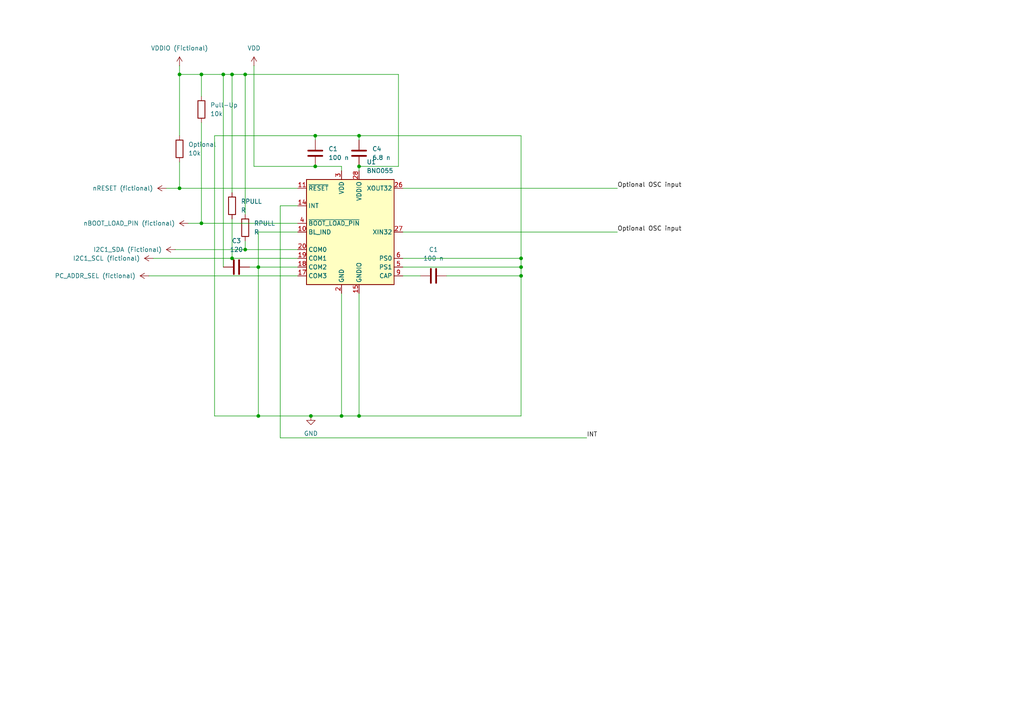
<source format=kicad_sch>
(kicad_sch (version 20231120) (generator "eeschema") (generator_version "8.0")
  (paper "A4")
  (lib_symbols
    (symbol "Device:C" (pin_numbers hide) (pin_names (offset 0.254))
      (property "Reference" "C" (at 0.635 2.54 0))
      (property "Value" "C" (at 0.635 -2.54 0))
      (symbol "C_0_1"
        (polyline (pts (xy -2.032 -0.762) (xy 2.032 -0.762)) (stroke (width 0.508)))
        (polyline (pts (xy -2.032 0.762) (xy 2.032 0.762)) (stroke (width 0.508)))
      )
      (symbol "C_1_1"
        (pin passive line (at 0 3.81 270) (length 2.794) (name "~") (number "1"))
        (pin passive line (at 0 -3.81 90) (length 2.794) (name "~") (number "2"))
      )
    )
    (symbol "Device:R" (pin_numbers hide) (pin_names (offset 0))
      (property "Reference" "R" (at 2.032 0 90))
      (property "Value" "R" (at 0 0 90))
      (symbol "R_0_1"
        (rectangle (start -1.016 -2.54) (end 1.016 2.54) (stroke (width 0.254)))
      )
      (symbol "R_1_1"
        (pin passive line (at 0 3.81 270) (length 1.27) (name "~") (number "1"))
        (pin passive line (at 0 -3.81 90) (length 1.27) (name "~") (number "2"))
      )
    )
    (symbol "Sensor_Motion:BNO055"
      (property "Reference" "U" (at -11.43 16.51 0))
      (property "Value" "BNO055" (at 12.7 16.51 0))
      (symbol "BNO055_0_1"
        (rectangle (start -12.7 15.24) (end 12.7 -15.24) (stroke (width 0.254)) (fill (type background)))
      )
      (symbol "BNO055_1_1"
        (pin no_connect line (at -12.7 10.16 0) (length 2.54) hide (name "PIN1") (number "1"))
        (pin output line (at -15.24 0 0) (length 2.54) (name "BL_IND") (number "10"))
        (pin input line (at -15.24 12.7 0) (length 2.54) (name "~{RESET}") (number "11"))
        (pin no_connect line (at 12.7 10.16 180) (length 2.54) hide (name "PIN12") (number "12"))
        (pin no_connect line (at 12.7 7.62 180) (length 2.54) hide (name "PIN13") (number "13"))
        (pin output line (at -15.24 7.62 0) (length 2.54) (name "INT") (number "14"))
        (pin power_in line (at 2.54 -17.78 90) (length 2.54) (name "GNDIO") (number "15"))
        (pin passive line (at 2.54 -17.78 90) (length 2.54) hide (name "GNDIO") (number "16"))
        (pin input line (at -15.24 -12.7 0) (length 2.54) (name "COM3") (number "17"))
        (pin passive line (at -15.24 -10.16 0) (length 2.54) (name "COM2") (number "18"))
        (pin bidirectional line (at -15.24 -7.62 0) (length 2.54) (name "COM1") (number "19"))
        (pin power_in line (at -2.54 -17.78 90) (length 2.54) (name "GND") (number "2"))
        (pin bidirectional line (at -15.24 -5.08 0) (length 2.54) (name "COM0") (number "20"))
        (pin no_connect line (at 12.7 5.08 180) (length 2.54) hide (name "PIN21") (number "21"))
        (pin no_connect line (at 12.7 2.54 180) (length 2.54) hide (name "PIN22") (number "22"))
        (pin no_connect line (at 12.7 -2.54 180) (length 2.54) hide (name "PIN23") (number "23"))
        (pin no_connect line (at 12.7 -5.08 180) (length 2.54) hide (name "PIN24") (number "24"))
        (pin passive line (at 2.54 -17.78 90) (length 2.54) hide (name "GNDIO") (number "25"))
        (pin output line (at 15.24 12.7 180) (length 2.54) (name "XOUT32") (number "26"))
        (pin input line (at 15.24 0 180) (length 2.54) (name "XIN32") (number "27"))
        (pin power_in line (at 2.54 17.78 270) (length 2.54) (name "VDDIO") (number "28"))
        (pin power_in line (at -2.54 17.78 270) (length 2.54) (name "VDD") (number "3"))
        (pin input line (at -15.24 2.54 0) (length 2.54) (name "~{BOOT_LOAD_PIN}") (number "4"))
        (pin input line (at 15.24 -10.16 180) (length 2.54) (name "PS1") (number "5"))
        (pin input line (at 15.24 -7.62 180) (length 2.54) (name "PS0") (number "6"))
        (pin no_connect line (at -12.7 5.08 0) (length 2.54) hide (name "PIN7") (number "7"))
        (pin no_connect line (at -12.7 -2.54 0) (length 2.54) hide (name "PIN8") (number "8"))
        (pin passive line (at 15.24 -12.7 180) (length 2.54) (name "CAP") (number "9"))
      )
    )
    (symbol "power:GND" (power) (pin_numbers hide) (pin_names (offset 0) hide)
      (property "Value" "GND" (at 0 -3.81 0))
      (symbol "GND_0_1"
        (polyline (pts (xy 0 0) (xy 0 -1.27) (xy 1.27 -1.27) (xy 0 -2.54) (xy -1.27 -1.27) (xy 0 -1.27)))
      )
      (symbol "GND_1_1"
        (pin power_in line (at 0 0 270) (length 0) (name "~") (number "1"))
      )
    )
    (symbol "power:VDD" (power) (pin_numbers hide) (pin_names (offset 0) hide)
      (property "Value" "VDD" (at 0 3.556 0))
      (symbol "VDD_0_1"
        (polyline (pts (xy -0.762 1.27) (xy 0 2.54)))
        (polyline (pts (xy 0 0) (xy 0 2.54)))
        (polyline (pts (xy 0 2.54) (xy 0.762 1.27)))
      )
      (symbol "VDD_1_1"
        (pin power_in line (at 0 0 90) (length 0) (name "~") (number "1"))
      )
    )
  )
  (junction (at 151.13 77.47))
  (junction (at 91.44 48.26))
  (junction (at 58.42 64.77))
  (junction (at 52.07 54.61))
  (junction (at 67.31 74.93))
  (junction (at 104.14 48.26))
  (junction (at 74.93 120.65))
  (junction (at 71.12 72.39))
  (junction (at 58.42 21.59))
  (junction (at 90.17 120.65))
  (junction (at 64.77 21.59))
  (junction (at 151.13 74.93))
  (junction (at 74.93 77.47))
  (junction (at 71.12 21.59))
  (junction (at 99.06 120.65))
  (junction (at 91.44 39.37))
  (junction (at 151.13 80.01))
  (junction (at 104.14 39.37))
  (junction (at 52.07 21.59))
  (junction (at 104.14 120.65))
  (junction (at 67.31 21.59))
  (wire (pts (xy 73.66 48.26) (xy 73.66 19.05)))
  (wire (pts (xy 74.93 120.65) (xy 62.23 120.65)))
  (wire (pts (xy 91.44 39.37) (xy 104.14 39.37)))
  (wire (pts (xy 71.12 69.85) (xy 71.12 72.39)))
  (wire (pts (xy 71.12 21.59) (xy 71.12 62.23)))
  (wire (pts (xy 64.77 21.59) (xy 64.77 77.47)))
  (wire (pts (xy 99.06 120.65) (xy 104.14 120.65)))
  (wire (pts (xy 74.93 120.65) (xy 74.93 77.47)))
  (wire (pts (xy 99.06 85.09) (xy 99.06 120.65)))
  (wire (pts (xy 43.18 80.01) (xy 86.36 80.01)))
  (wire (pts (xy 116.84 77.47) (xy 151.13 77.47)))
  (wire (pts (xy 104.14 120.65) (xy 151.13 120.65)))
  (wire (pts (xy 116.84 67.31) (xy 179.07 67.31)))
  (wire (pts (xy 62.23 39.37) (xy 91.44 39.37)))
  (wire (pts (xy 74.93 67.31) (xy 86.36 67.31)))
  (wire (pts (xy 115.57 21.59) (xy 115.57 48.26)))
  (wire (pts (xy 151.13 77.47) (xy 151.13 80.01)))
  (wire (pts (xy 86.36 64.77) (xy 58.42 64.77)))
  (wire (pts (xy 151.13 74.93) (xy 151.13 77.47)))
  (wire (pts (xy 52.07 54.61) (xy 48.26 54.61)))
  (wire (pts (xy 116.84 54.61) (xy 179.07 54.61)))
  (wire (pts (xy 67.31 63.5) (xy 67.31 74.93)))
  (wire (pts (xy 104.14 39.37) (xy 151.13 39.37)))
  (wire (pts (xy 71.12 72.39) (xy 86.36 72.39)))
  (wire (pts (xy 67.31 74.93) (xy 86.36 74.93)))
  (wire (pts (xy 91.44 39.37) (xy 91.44 40.64)))
  (wire (pts (xy 74.93 77.47) (xy 86.36 77.47)))
  (wire (pts (xy 54.61 64.77) (xy 58.42 64.77)))
  (wire (pts (xy 64.77 21.59) (xy 67.31 21.59)))
  (wire (pts (xy 62.23 39.37) (xy 62.23 120.65)))
  (wire (pts (xy 52.07 46.99) (xy 52.07 54.61)))
  (wire (pts (xy 72.39 77.47) (xy 74.93 77.47)))
  (wire (pts (xy 71.12 21.59) (xy 115.57 21.59)))
  (wire (pts (xy 81.28 127) (xy 81.28 59.69)))
  (wire (pts (xy 104.14 85.09) (xy 104.14 120.65)))
  (wire (pts (xy 116.84 80.01) (xy 121.92 80.01)))
  (wire (pts (xy 129.54 80.01) (xy 151.13 80.01)))
  (wire (pts (xy 52.07 21.59) (xy 58.42 21.59)))
  (wire (pts (xy 74.93 77.47) (xy 74.93 67.31)))
  (wire (pts (xy 104.14 49.53) (xy 104.14 48.26)))
  (wire (pts (xy 151.13 39.37) (xy 151.13 74.93)))
  (wire (pts (xy 44.45 74.93) (xy 67.31 74.93)))
  (wire (pts (xy 52.07 54.61) (xy 86.36 54.61)))
  (wire (pts (xy 58.42 27.94) (xy 58.42 21.59)))
  (wire (pts (xy 91.44 48.26) (xy 99.06 48.26)))
  (wire (pts (xy 170.18 127) (xy 81.28 127)))
  (wire (pts (xy 50.8 72.39) (xy 71.12 72.39)))
  (wire (pts (xy 104.14 48.26) (xy 115.57 48.26)))
  (wire (pts (xy 67.31 21.59) (xy 67.31 55.88)))
  (wire (pts (xy 81.28 59.69) (xy 86.36 59.69)))
  (wire (pts (xy 74.93 120.65) (xy 90.17 120.65)))
  (wire (pts (xy 52.07 19.05) (xy 52.07 21.59)))
  (wire (pts (xy 90.17 120.65) (xy 99.06 120.65)))
  (wire (pts (xy 58.42 21.59) (xy 64.77 21.59)))
  (wire (pts (xy 52.07 21.59) (xy 52.07 39.37)))
  (wire (pts (xy 91.44 48.26) (xy 73.66 48.26)))
  (wire (pts (xy 67.31 21.59) (xy 71.12 21.59)))
  (wire (pts (xy 58.42 64.77) (xy 58.42 35.56)))
  (wire (pts (xy 116.84 74.93) (xy 151.13 74.93)))
  (wire (pts (xy 99.06 48.26) (xy 99.06 49.53)))
  (wire (pts (xy 104.14 39.37) (xy 104.14 40.64)))
  (wire (pts (xy 151.13 80.01) (xy 151.13 120.65)))
  (label "Optional OSC input" (at 179.07 67.31 0))
  (label "INT" (at 170.18 127 0))
  (label "Optional OSC input" (at 179.07 54.61 0))
  (symbol (lib_id "power:VDD") (at 50.8 72.39 90) (unit 1)
    (property "Reference" "#PWR06" (effects (hide yes)))
    (property "Value" "I2C1_SDA (Fictional)" (at 46.99 72.3899 90) (effects (justify left)))
    (property "Description" "Power symbol creates a global label with name \"VDD\"" (effects (hide yes)))
  )
  (symbol (lib_id "Device:C") (at 91.44 44.45 0) (unit 1)
    (property "Reference" "C1" (at 95.25 43.1799 0) (effects (justify left)))
    (property "Value" "100 n" (at 95.25 45.7199 0) (effects (justify left)))
    (property "Description" "Unpolarized capacitor" (effects (hide yes)))
  )
  (symbol (lib_id "Device:R") (at 71.12 66.04 0) (unit 1)
    (property "Reference" "RPULL" (at 73.66 64.7699 0) (effects (justify left)))
    (property "Value" "R" (at 73.66 67.3099 0) (effects (justify left)))
    (property "Description" "Resistor" (effects (hide yes)))
  )
  (symbol (lib_id "Device:C") (at 125.73 80.01 90) (unit 1)
    (property "Reference" "C1" (at 125.73 72.39 90))
    (property "Value" "100 n" (at 125.73 74.93 90))
    (property "Description" "Unpolarized capacitor" (effects (hide yes)))
  )
  (symbol (lib_id "power:VDD") (at 52.07 19.05 0) (unit 1)
    (property "Reference" "#PWR03" (effects (hide yes)))
    (property "Value" "VDDIO (Fictional)" (at 52.07 13.97 0))
    (property "Description" "Power symbol creates a global label with name \"VDD\"" (effects (hide yes)))
  )
  (symbol (lib_id "power:VDD") (at 54.61 64.77 90) (unit 1)
    (property "Reference" "#PWR05" (effects (hide yes)))
    (property "Value" "nBOOT_LOAD_PIN (fictional)" (at 50.8 64.7699 90) (effects (justify left)))
    (property "Description" "Power symbol creates a global label with name \"VDD\"" (effects (hide yes)))
  )
  (symbol (lib_id "power:VDD") (at 48.26 54.61 90) (unit 1)
    (property "Reference" "#PWR04" (effects (hide yes)))
    (property "Value" "nRESET (fictional)" (at 44.45 54.6099 90) (effects (justify left)))
    (property "Description" "Power symbol creates a global label with name \"VDD\"" (effects (hide yes)))
  )
  (symbol (lib_id "Device:C") (at 104.14 44.45 0) (unit 1)
    (property "Reference" "C4" (at 107.95 43.1799 0) (effects (justify left)))
    (property "Value" "6.8 n" (at 107.95 45.7199 0) (effects (justify left)))
    (property "Description" "Unpolarized capacitor" (effects (hide yes)))
  )
  (symbol (lib_id "power:GND") (at 90.17 120.65 0) (unit 1)
    (property "Reference" "#PWR02" (effects (hide yes)))
    (property "Value" "GND" (at 90.17 125.73 0))
    (property "Description" "Power symbol creates a global label with name \"GND\" , ground" (effects (hide yes)))
  )
  (symbol (lib_id "Device:C") (at 68.58 77.47 270) (unit 1)
    (property "Reference" "C3" (at 68.58 69.85 90))
    (property "Value" "120" (at 68.58 72.39 90))
    (property "Description" "Unpolarized capacitor" (effects (hide yes)))
  )
  (symbol (lib_id "Device:R") (at 67.31 59.69 0) (unit 1)
    (property "Reference" "RPULL" (at 69.85 58.4199 0) (effects (justify left)))
    (property "Value" "R" (at 69.85 60.9599 0) (effects (justify left)))
    (property "Description" "Resistor" (effects (hide yes)))
  )
  (symbol (lib_id "power:VDD") (at 43.18 80.01 90) (unit 1)
    (property "Reference" "#PWR08" (effects (hide yes)))
    (property "Value" "PC_ADDR_SEL (fictional)" (at 39.37 80.0099 90) (effects (justify left)))
    (property "Description" "Power symbol creates a global label with name \"VDD\"" (effects (hide yes)))
  )
  (symbol (lib_id "power:VDD") (at 73.66 19.05 0) (unit 1)
    (property "Reference" "#PWR01" (effects (hide yes)))
    (property "Value" "VDD" (at 73.66 13.97 0))
    (property "Description" "Power symbol creates a global label with name \"VDD\"" (effects (hide yes)))
  )
  (symbol (lib_id "Device:R") (at 52.07 43.18 0) (unit 1)
    (property "Reference" "Optional" (at 54.61 41.9099 0) (effects (justify left)))
    (property "Value" "10k" (at 54.61 44.4499 0) (effects (justify left)))
    (property "Description" "Resistor" (effects (hide yes)))
  )
  (symbol (lib_id "Device:R") (at 58.42 31.75 0) (unit 1)
    (property "Reference" "Pull-Up" (at 60.96 30.4799 0) (effects (justify left)))
    (property "Value" "10k" (at 60.96 33.0199 0) (effects (justify left)))
    (property "Description" "Resistor" (effects (hide yes)))
  )
  (symbol (lib_id "power:VDD") (at 44.45 74.93 90) (unit 1)
    (property "Reference" "#PWR07" (effects (hide yes)))
    (property "Value" "I2C1_SCL (fictional)" (at 40.64 74.9299 90) (effects (justify left)))
    (property "Description" "Power symbol creates a global label with name \"VDD\"" (effects (hide yes)))
  )
  (symbol (lib_id "Sensor_Motion:BNO055") (at 101.6 67.31 0) (unit 1)
    (property "Reference" "U1" (at 106.3341 46.99 0) (effects (justify left)))
    (property "Value" "BNO055" (at 106.3341 49.53 0) (effects (justify left)))
    (property "Footprint" "Package_LGA:LGA-28_5.2x3.8mm_P0.5mm" (effects (hide yes)))
    (property "Datasheet" "https://www.bosch-sensortec.com/media/boschsensortec/downloads/datasheets/bst-bno055-ds000.pdf" (effects (hide yes)))
    (property "Description" "Intelligent 9-axis absolute orientation sensor, LGA-28" (effects (hide yes)))
  )
)
</source>
